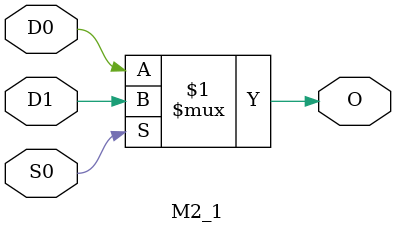
<source format=v>
`timescale 1ns / 1ps
module M2_1(input D0,	output wire O,
            input D1,
            input S0);
            
assign O = S0? D1: D0;

endmodule

</source>
